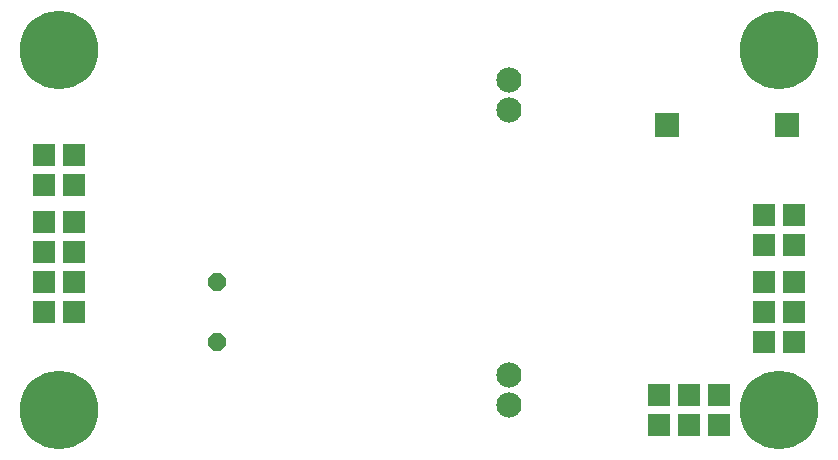
<source format=gbr>
G75*
G70*
%OFA0B0*%
%FSLAX24Y24*%
%IPPOS*%
%LPD*%
%AMOC8*
5,1,8,0,0,1.08239X$1,22.5*
%
%ADD10C,0.0840*%
%ADD11OC8,0.0600*%
%ADD12R,0.0730X0.0730*%
%ADD13C,0.2620*%
%ADD14R,0.0848X0.0848*%
D10*
X017300Y005192D03*
X017300Y006160D03*
X017300Y015018D03*
X017300Y016018D03*
D11*
X007550Y009268D03*
X007550Y007268D03*
D12*
X002800Y008268D03*
X001800Y008268D03*
X001800Y009268D03*
X002800Y009268D03*
X002800Y010268D03*
X001800Y010268D03*
X001800Y011268D03*
X002800Y011268D03*
X002800Y012518D03*
X001800Y012518D03*
X001800Y013518D03*
X002800Y013518D03*
X022300Y005518D03*
X023300Y005518D03*
X024300Y005518D03*
X024300Y004518D03*
X023300Y004518D03*
X022300Y004518D03*
X025800Y007268D03*
X026800Y007268D03*
X026800Y008268D03*
X025800Y008268D03*
X025800Y009268D03*
X026800Y009268D03*
X026800Y010518D03*
X025800Y010518D03*
X025800Y011518D03*
X026800Y011518D03*
D13*
X002300Y005018D03*
X002300Y017018D03*
X026300Y017018D03*
X026300Y005018D03*
D14*
X026550Y014518D03*
X022550Y014518D03*
M02*

</source>
